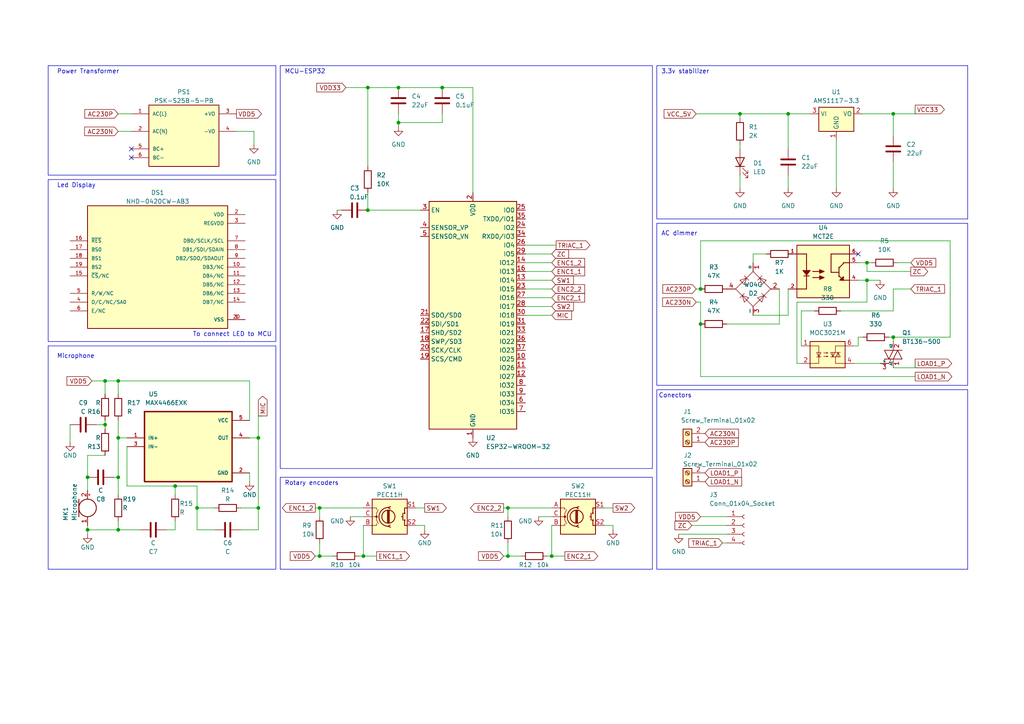
<source format=kicad_sch>
(kicad_sch (version 20230121) (generator eeschema)
  (paper "A4")
  (title_block (title "Home Light System"))
  (lib_symbols
    (symbol "Connector:Conn_01x04_Socket" (pin_names (offset 1.016) hide)
      (property "Reference" "J" (at 0 5.08 0))
      (property "Value" "Conn_01x04_Socket" (at 0 -7.62 0))
      (symbol "Conn_01x04_Socket_1_1"
        (pin passive line (at -5.08 2.54 0) (length 3.81) (name "Pin_1") (number "1"))
        (pin passive line (at -5.08 0 0) (length 3.81) (name "Pin_2") (number "2"))
        (pin passive line (at -5.08 -2.54 0) (length 3.81) (name "Pin_3") (number "3"))
        (pin passive line (at -5.08 -5.08 0) (length 3.81) (name "Pin_4") (number "4"))
      )
    )
    (symbol "Connector:Screw_Terminal_01x02" (pin_names (offset 1.016) hide)
      (property "Reference" "J" (at 0 2.54 0))
      (property "Value" "Screw_Terminal_01x02" (at 0 -5.08 0))
      (symbol "Screw_Terminal_01x02_1_1"
        (pin passive line (at -5.08 0 0) (length 3.81) (name "Pin_1") (number "1"))
        (pin passive line (at -5.08 -2.54 0) (length 3.81) (name "Pin_2") (number "2"))
      )
    )
    (symbol "Device:C" (pin_numbers hide) (pin_names (offset 0.254))
      (property "Reference" "C" (at 0.635 2.54 0))
      (property "Value" "C" (at 0.635 -2.54 0))
      (symbol "C_1_1"
        (pin passive line (at 0 3.81 270) (length 2.794) (name "~") (number "1"))
        (pin passive line (at 0 -3.81 90) (length 2.794) (name "~") (number "2"))
      )
    )
    (symbol "Device:LED" (pin_numbers hide) (pin_names (offset 1.016) hide)
      (property "Reference" "D" (at 0 2.54 0))
      (property "Value" "LED" (at 0 -2.54 0))
      (symbol "LED_1_1"
        (pin passive line (at -3.81 0 0) (length 2.54) (name "K") (number "1"))
        (pin passive line (at 3.81 0 180) (length 2.54) (name "A") (number "2"))
      )
    )
    (symbol "Device:Microphone" (pin_names (offset 0.0254) hide)
      (property "Reference" "MK" (at -3.81 1.27 0))
      (property "Value" "Microphone" (at -3.81 -0.635 0))
      (symbol "Microphone_1_1"
        (pin passive line (at 0 -5.08 90) (length 2.54) (name "-") (number "1"))
        (pin passive line (at 0 5.08 270) (length 2.54) (name "+") (number "2"))
      )
    )
    (symbol "Device:R" (pin_numbers hide) (pin_names (offset 0))
      (property "Reference" "R" (at 2.032 0 90))
      (property "Value" "R" (at 0 0 90))
      (symbol "R_1_1"
        (pin passive line (at 0 3.81 270) (length 1.27) (name "~") (number "1"))
        (pin passive line (at 0 -3.81 90) (length 1.27) (name "~") (number "2"))
      )
    )
    (symbol "Device:RotaryEncoder_Switch" (pin_names (offset 0.254) hide)
      (property "Reference" "SW" (at 0 6.604 0))
      (property "Value" "RotaryEncoder_Switch" (at 0 -6.604 0))
      (symbol "RotaryEncoder_Switch_1_1"
        (pin passive line (at -7.62 2.54 0) (length 2.54) (name "A") (number "A"))
        (pin passive line (at -7.62 -2.54 0) (length 2.54) (name "B") (number "B"))
        (pin passive line (at -7.62 0 0) (length 2.54) (name "C") (number "C"))
        (pin passive line (at 7.62 2.54 180) (length 2.54) (name "S1") (number "S1"))
        (pin passive line (at 7.62 -2.54 180) (length 2.54) (name "S2") (number "S2"))
      )
    )
    (symbol "Diode_Bridge:W04G" (pin_names (offset 0))
      (property "Reference" "D" (at 2.54 6.985 0))
      (property "Value" "W04G" (at 2.54 5.08 0))
      (symbol "W04G_1_1"
        (pin passive line (at 7.62 0 180) (length 2.54) (name "+") (number "1"))
        (pin passive line (at 0 -7.62 90) (length 2.54) (name "~") (number "2"))
        (pin passive line (at -7.62 0 0) (length 2.54) (name "-") (number "3"))
        (pin passive line (at 0 7.62 270) (length 2.54) (name "~") (number "4"))
      )
    )
    (symbol "MAX4466EXK:MAX4466EXK" (pin_names (offset 1.016))
      (property "Reference" "U" (at -12.7 11.16 0))
      (property "Value" "MAX4466EXK" (at -12.7 -14.16 0))
      (symbol "MAX4466EXK_0_0"
        (pin input line (at -17.78 2.54 0) (length 5.08) (name "IN+") (number "1"))
        (pin power_in line (at 17.78 -7.62 180) (length 5.08) (name "GND") (number "2"))
        (pin input line (at -17.78 0 0) (length 5.08) (name "IN-") (number "3"))
        (pin output line (at 17.78 2.54 180) (length 5.08) (name "OUT") (number "4"))
        (pin power_in line (at 17.78 7.62 180) (length 5.08) (name "VCC") (number "5"))
      )
    )
    (symbol "MCT2E:MCT2E" (pin_names (offset 1.016))
      (property "Reference" "U" (at -7.62 7.62 0))
      (property "Value" "MCT2E" (at -7.62 -10.16 0))
      (symbol "MCT2E_0_0"
        (pin passive line (at -10.16 5.08 0) (length 2.54) (name "~") (number "1"))
        (pin passive line (at -10.16 -5.08 0) (length 2.54) (name "~") (number "2"))
        (pin passive line (at 10.16 -2.54 180) (length 2.54) (name "~") (number "4"))
        (pin passive line (at 10.16 2.54 180) (length 2.54) (name "~") (number "5"))
        (pin passive line (at 10.16 5.08 180) (length 2.54) (name "~") (number "6"))
      )
    )
    (symbol "NHD-0420CW-AB3:NHD-0420CW-AB3" (pin_names (offset 1.016))
      (property "Reference" "DS" (at -20.32 18.542 0))
      (property "Value" "NHD-0420CW-AB3" (at -20.32 -20.32 0))
      (symbol "NHD-0420CW-AB3_0_0"
        (pin power_in line (at 25.4 -15.24 180) (length 5.08) (name "VSS") (number "1"))
        (pin bidirectional line (at 25.4 0 180) (length 5.08) (name "DB3/NC") (number "10"))
        (pin bidirectional line (at 25.4 -2.54 180) (length 5.08) (name "DB4/NC") (number "11"))
        (pin bidirectional line (at 25.4 -5.08 180) (length 5.08) (name "DB5/NC") (number "12"))
        (pin bidirectional line (at 25.4 -7.62 180) (length 5.08) (name "DB6/NC") (number "13"))
        (pin bidirectional line (at 25.4 -10.16 180) (length 5.08) (name "DB7/NC") (number "14"))
        (pin passive line (at -25.4 -2.54 0) (length 5.08) (name "~{CS}/NC") (number "15"))
        (pin input line (at -25.4 7.62 0) (length 5.08) (name "~{RES}") (number "16"))
        (pin input line (at -25.4 5.08 0) (length 5.08) (name "BS0") (number "17"))
        (pin input line (at -25.4 2.54 0) (length 5.08) (name "BS1") (number "18"))
        (pin input line (at -25.4 0 0) (length 5.08) (name "BS2") (number "19"))
        (pin power_in line (at 25.4 15.24 180) (length 5.08) (name "VDD") (number "2"))
        (pin power_in line (at 25.4 -15.24 180) (length 5.08) (name "VSS") (number "20"))
        (pin power_in line (at 25.4 12.7 180) (length 5.08) (name "REGVDD") (number "3"))
        (pin bidirectional line (at -25.4 -10.16 0) (length 5.08) (name "D/C/NC/SA0") (number "4"))
        (pin bidirectional line (at -25.4 -7.62 0) (length 5.08) (name "R/W/NC") (number "5"))
        (pin bidirectional line (at -25.4 -12.7 0) (length 5.08) (name "E/NC") (number "6"))
        (pin bidirectional line (at 25.4 7.62 180) (length 5.08) (name "DB0/SCLK/SCL") (number "7"))
        (pin bidirectional line (at 25.4 5.08 180) (length 5.08) (name "DB1/SDI/SDAIN") (number "8"))
        (pin bidirectional line (at 25.4 2.54 180) (length 5.08) (name "DB2/SDO/SDAOUT") (number "9"))
      )
    )
    (symbol "PSK-S25B-5-PB:PSK-S25B-5-PB" (pin_names (offset 1.016))
      (property "Reference" "PS" (at -10.16 8.382 0))
      (property "Value" "PSK-S25B-5-PB" (at -10.16 -12.7 0))
      (symbol "PSK-S25B-5-PB_0_0"
        (pin input line (at -15.24 5.08 0) (length 5.08) (name "AC(L)") (number "1"))
        (pin input line (at -15.24 0 0) (length 5.08) (name "AC(N)") (number "2"))
        (pin output line (at 15.24 5.08 180) (length 5.08) (name "+VO") (number "3"))
        (pin output line (at 15.24 0 180) (length 5.08) (name "-VO") (number "4"))
        (pin passive line (at -15.24 -5.08 0) (length 5.08) (name "BC+") (number "5"))
        (pin passive line (at -15.24 -7.62 0) (length 5.08) (name "BC-") (number "6"))
      )
    )
    (symbol "RF_Module:ESP32-WROOM-32"
      (property "Reference" "U" (at -12.7 34.29 0))
      (property "Value" "ESP32-WROOM-32" (at 1.27 34.29 0))
      (symbol "ESP32-WROOM-32_1_1"
        (pin power_in line (at 0 -35.56 90) (length 2.54) (name "GND") (number "1"))
        (pin bidirectional line (at 15.24 -12.7 180) (length 2.54) (name "IO25") (number "10"))
        (pin bidirectional line (at 15.24 -15.24 180) (length 2.54) (name "IO26") (number "11"))
        (pin bidirectional line (at 15.24 -17.78 180) (length 2.54) (name "IO27") (number "12"))
        (pin bidirectional line (at 15.24 10.16 180) (length 2.54) (name "IO14") (number "13"))
        (pin bidirectional line (at 15.24 15.24 180) (length 2.54) (name "IO12") (number "14"))
        (pin passive line (at 0 -35.56 90) (length 2.54) hide (name "GND") (number "15"))
        (pin bidirectional line (at 15.24 12.7 180) (length 2.54) (name "IO13") (number "16"))
        (pin bidirectional line (at -15.24 -5.08 0) (length 2.54) (name "SHD/SD2") (number "17"))
        (pin bidirectional line (at -15.24 -7.62 0) (length 2.54) (name "SWP/SD3") (number "18"))
        (pin bidirectional line (at -15.24 -12.7 0) (length 2.54) (name "SCS/CMD") (number "19"))
        (pin power_in line (at 0 35.56 270) (length 2.54) (name "VDD") (number "2"))
        (pin bidirectional line (at -15.24 -10.16 0) (length 2.54) (name "SCK/CLK") (number "20"))
        (pin bidirectional line (at -15.24 0 0) (length 2.54) (name "SDO/SD0") (number "21"))
        (pin bidirectional line (at -15.24 -2.54 0) (length 2.54) (name "SDI/SD1") (number "22"))
        (pin bidirectional line (at 15.24 7.62 180) (length 2.54) (name "IO15") (number "23"))
        (pin bidirectional line (at 15.24 25.4 180) (length 2.54) (name "IO2") (number "24"))
        (pin bidirectional line (at 15.24 30.48 180) (length 2.54) (name "IO0") (number "25"))
        (pin bidirectional line (at 15.24 20.32 180) (length 2.54) (name "IO4") (number "26"))
        (pin bidirectional line (at 15.24 5.08 180) (length 2.54) (name "IO16") (number "27"))
        (pin bidirectional line (at 15.24 2.54 180) (length 2.54) (name "IO17") (number "28"))
        (pin bidirectional line (at 15.24 17.78 180) (length 2.54) (name "IO5") (number "29"))
        (pin input line (at -15.24 30.48 0) (length 2.54) (name "EN") (number "3"))
        (pin bidirectional line (at 15.24 0 180) (length 2.54) (name "IO18") (number "30"))
        (pin bidirectional line (at 15.24 -2.54 180) (length 2.54) (name "IO19") (number "31"))
        (pin no_connect line (at -12.7 -27.94 0) (length 2.54) hide (name "NC") (number "32"))
        (pin bidirectional line (at 15.24 -5.08 180) (length 2.54) (name "IO21") (number "33"))
        (pin bidirectional line (at 15.24 22.86 180) (length 2.54) (name "RXD0/IO3") (number "34"))
        (pin bidirectional line (at 15.24 27.94 180) (length 2.54) (name "TXD0/IO1") (number "35"))
        (pin bidirectional line (at 15.24 -7.62 180) (length 2.54) (name "IO22") (number "36"))
        (pin bidirectional line (at 15.24 -10.16 180) (length 2.54) (name "IO23") (number "37"))
        (pin passive line (at 0 -35.56 90) (length 2.54) hide (name "GND") (number "38"))
        (pin passive line (at 0 -35.56 90) (length 2.54) hide (name "GND") (number "39"))
        (pin input line (at -15.24 25.4 0) (length 2.54) (name "SENSOR_VP") (number "4"))
        (pin input line (at -15.24 22.86 0) (length 2.54) (name "SENSOR_VN") (number "5"))
        (pin input line (at 15.24 -25.4 180) (length 2.54) (name "IO34") (number "6"))
        (pin input line (at 15.24 -27.94 180) (length 2.54) (name "IO35") (number "7"))
        (pin bidirectional line (at 15.24 -20.32 180) (length 2.54) (name "IO32") (number "8"))
        (pin bidirectional line (at 15.24 -22.86 180) (length 2.54) (name "IO33") (number "9"))
      )
    )
    (symbol "Regulator_Linear:AMS1117-3.3"
      (property "Reference" "U" (at -3.81 3.175 0))
      (property "Value" "AMS1117-3.3" (at 0 3.175 0))
      (symbol "AMS1117-3.3_1_1"
        (pin power_in line (at 0 -7.62 90) (length 2.54) (name "GND") (number "1"))
        (pin power_out line (at 7.62 0 180) (length 2.54) (name "VO") (number "2"))
        (pin power_in line (at -7.62 0 0) (length 2.54) (name "VI") (number "3"))
      )
    )
    (symbol "Relay_SolidState:MOC3021M"
      (property "Reference" "U" (at -5.334 4.826 0))
      (property "Value" "MOC3021M" (at 0 5.08 0))
      (symbol "MOC3021M_1_1"
        (pin passive line (at -7.62 2.54 0) (length 2.54) (name "~") (number "1"))
        (pin passive line (at -7.62 -2.54 0) (length 2.54) (name "~") (number "2"))
        (pin no_connect line (at -5.08 0 0) (length 2.54) hide (name "NC") (number "3"))
        (pin passive line (at 7.62 -2.54 180) (length 2.54) (name "~") (number "4"))
        (pin no_connect line (at 5.08 0 180) (length 2.54) hide (name "NC") (number "5"))
        (pin passive line (at 7.62 2.54 180) (length 2.54) (name "~") (number "6"))
      )
    )
    (symbol "Triac_Thyristor:BT136-500" (pin_names (offset 0))
      (property "Reference" "Q" (at 5.08 1.905 0))
      (property "Value" "BT136-500" (at 5.08 0 0))
      (symbol "BT136-500_1_1"
        (pin passive line (at 0 -3.81 90) (length 2.54) (name "A1") (number "1"))
        (pin passive line (at 0 3.81 270) (length 2.54) (name "A2") (number "2"))
        (pin input line (at -3.81 -2.54 0) (length 2.54) (name "G") (number "3"))
      )
    )
    (symbol "power:GND" (power) (pin_names (offset 0))
      (property "Value" "GND" (at 0 -3.81 0))
      (symbol "GND_1_1"
        (pin power_in line (at 0 0 270) (length 0) hide (name "GND") (number "1"))
      )
    )
  )
  (junction (at 259.08 97.79))
  (junction (at 106.68 25.4))
  (junction (at 160.02 161.29))
  (junction (at 34.29 110.49))
  (junction (at 34.29 127))
  (junction (at 147.32 161.29))
  (junction (at 251.46 76.2))
  (junction (at 25.4 138.43))
  (junction (at 34.29 138.43))
  (junction (at 259.08 33.02))
  (junction (at 92.71 147.32))
  (junction (at 203.2 93.98))
  (junction (at 34.29 153.67))
  (junction (at 74.93 127))
  (junction (at 57.15 147.32))
  (junction (at 214.63 33.02))
  (junction (at 115.57 25.4))
  (junction (at 228.6 33.02))
  (junction (at 115.57 35.56))
  (junction (at 105.41 161.29))
  (junction (at 25.4 153.67))
  (junction (at 74.93 147.32))
  (junction (at 30.48 123.19))
  (junction (at 203.2 83.82))
  (junction (at 147.32 147.32))
  (junction (at 92.71 161.29))
  (junction (at 251.46 81.28))
  (junction (at 128.27 25.4))
  (junction (at 106.68 60.96))
  (junction (at 30.48 110.49))
  (junction (at 50.8 140.97))
  (no_connect (at 38.1 43.18))
  (no_connect (at 248.92 73.66))
  (no_connect (at 38.1 45.72))
  (wire (pts (xy 30.48 132.08) (xy 25.4 132.08)))
  (wire (pts (xy 115.57 35.56) (xy 115.57 36.83)))
  (wire (pts (xy 123.19 152.4) (xy 123.19 153.67)))
  (wire (pts (xy 137.16 25.4) (xy 137.16 55.88)))
  (wire (pts (xy 106.68 25.4) (xy 115.57 25.4)))
  (polyline (pts (xy 280.67 111.76) (xy 190.5 111.76)))
  (wire (pts (xy 26.67 110.49) (xy 30.48 110.49)))
  (wire (pts (xy 128.27 25.4) (xy 137.16 25.4)))
  (wire (pts (xy 232.41 100.33) (xy 232.41 90.17)))
  (polyline (pts (xy 280.67 113.03) (xy 280.67 165.1)))
  (polyline (pts (xy 190.5 19.05) (xy 190.5 63.5)))
  (wire (pts (xy 203.2 87.63) (xy 203.2 93.98)))
  (wire (pts (xy 152.4 86.36) (xy 160.02 86.36)))
  (wire (pts (xy 275.59 69.85) (xy 203.2 69.85)))
  (wire (pts (xy 152.4 91.44) (xy 160.02 91.44)))
  (wire (pts (xy 228.6 50.8) (xy 228.6 54.61)))
  (polyline (pts (xy 190.5 113.03) (xy 190.5 165.1)))
  (wire (pts (xy 30.48 114.3) (xy 30.48 110.49)))
  (wire (pts (xy 152.4 73.66) (xy 160.02 73.66)))
  (polyline (pts (xy 190.5 19.05) (xy 280.67 19.05)))
  (polyline (pts (xy 81.28 138.43) (xy 81.28 165.1)))
  (wire (pts (xy 203.2 93.98) (xy 203.2 109.22)))
  (wire (pts (xy 196.85 154.94) (xy 210.82 154.94)))
  (wire (pts (xy 248.92 97.79) (xy 250.19 97.79)))
  (wire (pts (xy 146.05 161.29) (xy 147.32 161.29)))
  (polyline (pts (xy 189.23 138.43) (xy 189.23 165.1)))
  (wire (pts (xy 106.68 55.88) (xy 106.68 60.96)))
  (wire (pts (xy 115.57 33.02) (xy 115.57 35.56)))
  (wire (pts (xy 265.43 31.75) (xy 265.43 33.02)))
  (wire (pts (xy 152.4 81.28) (xy 160.02 81.28)))
  (wire (pts (xy 232.41 105.41) (xy 231.14 105.41)))
  (wire (pts (xy 34.29 153.67) (xy 40.64 153.67)))
  (polyline (pts (xy 280.67 165.1) (xy 190.5 165.1)))
  (polyline (pts (xy 189.23 165.1) (xy 81.28 165.1)))
  (wire (pts (xy 73.66 38.1) (xy 73.66 41.91)))
  (wire (pts (xy 203.2 149.86) (xy 210.82 149.86)))
  (wire (pts (xy 147.32 147.32) (xy 147.32 149.86)))
  (wire (pts (xy 105.41 161.29) (xy 109.22 161.29)))
  (wire (pts (xy 36.83 129.54) (xy 36.83 140.97)))
  (wire (pts (xy 25.4 132.08) (xy 25.4 138.43)))
  (wire (pts (xy 50.8 140.97) (xy 50.8 143.51)))
  (wire (pts (xy 251.46 78.74) (xy 251.46 76.2)))
  (wire (pts (xy 251.46 87.63) (xy 251.46 81.28)))
  (wire (pts (xy 74.93 120.65) (xy 74.93 127)))
  (wire (pts (xy 120.65 147.32) (xy 123.19 147.32)))
  (wire (pts (xy 152.4 76.2) (xy 160.02 76.2)))
  (wire (pts (xy 72.39 110.49) (xy 72.39 121.92)))
  (wire (pts (xy 161.29 71.12) (xy 152.4 71.12)))
  (wire (pts (xy 259.08 106.68) (xy 265.43 106.68)))
  (wire (pts (xy 228.6 91.44) (xy 218.44 91.44)))
  (wire (pts (xy 242.57 40.64) (xy 242.57 54.61)))
  (wire (pts (xy 251.46 81.28) (xy 255.27 81.28)))
  (wire (pts (xy 68.58 38.1) (xy 73.66 38.1)))
  (wire (pts (xy 128.27 35.56) (xy 128.27 33.02)))
  (wire (pts (xy 160.02 161.29) (xy 163.83 161.29)))
  (wire (pts (xy 25.4 153.67) (xy 25.4 152.4)))
  (wire (pts (xy 147.32 147.32) (xy 160.02 147.32)))
  (wire (pts (xy 91.44 147.32) (xy 92.71 147.32)))
  (wire (pts (xy 34.29 110.49) (xy 72.39 110.49)))
  (wire (pts (xy 147.32 161.29) (xy 151.13 161.29)))
  (wire (pts (xy 175.26 152.4) (xy 177.8 152.4)))
  (wire (pts (xy 156.21 149.86) (xy 160.02 149.86)))
  (wire (pts (xy 200.66 152.4) (xy 210.82 152.4)))
  (wire (pts (xy 50.8 140.97) (xy 57.15 140.97)))
  (wire (pts (xy 243.84 90.17) (xy 259.08 90.17)))
  (wire (pts (xy 146.05 147.32) (xy 147.32 147.32)))
  (wire (pts (xy 34.29 138.43) (xy 34.29 127)))
  (wire (pts (xy 34.29 151.13) (xy 34.29 153.67)))
  (wire (pts (xy 177.8 152.4) (xy 177.8 153.67)))
  (wire (pts (xy 34.29 33.02) (xy 38.1 33.02)))
  (wire (pts (xy 30.48 110.49) (xy 34.29 110.49)))
  (wire (pts (xy 36.83 140.97) (xy 50.8 140.97)))
  (wire (pts (xy 201.93 33.02) (xy 214.63 33.02)))
  (wire (pts (xy 218.44 73.66) (xy 222.25 73.66)))
  (wire (pts (xy 74.93 127) (xy 74.93 147.32)))
  (wire (pts (xy 33.02 138.43) (xy 34.29 138.43)))
  (wire (pts (xy 214.63 41.91) (xy 214.63 43.18)))
  (wire (pts (xy 228.6 33.02) (xy 228.6 43.18)))
  (polyline (pts (xy 280.67 63.5) (xy 190.5 63.5)))
  (wire (pts (xy 120.65 152.4) (xy 123.19 152.4)))
  (wire (pts (xy 152.4 88.9) (xy 160.02 88.9)))
  (wire (pts (xy 50.8 153.67) (xy 50.8 151.13)))
  (wire (pts (xy 34.29 127) (xy 36.83 127)))
  (wire (pts (xy 259.08 99.06) (xy 259.08 97.79)))
  (wire (pts (xy 203.2 69.85) (xy 203.2 83.82)))
  (wire (pts (xy 226.06 93.98) (xy 226.06 83.82)))
  (wire (pts (xy 100.33 25.4) (xy 106.68 25.4)))
  (wire (pts (xy 48.26 153.67) (xy 50.8 153.67)))
  (wire (pts (xy 34.29 38.1) (xy 38.1 38.1)))
  (wire (pts (xy 232.41 90.17) (xy 236.22 90.17)))
  (wire (pts (xy 218.44 76.2) (xy 218.44 73.66)))
  (wire (pts (xy 209.55 157.48) (xy 210.82 157.48)))
  (wire (pts (xy 92.71 157.48) (xy 92.71 161.29)))
  (wire (pts (xy 210.82 93.98) (xy 226.06 93.98)))
  (wire (pts (xy 248.92 81.28) (xy 251.46 81.28)))
  (polyline (pts (xy 280.67 19.05) (xy 280.67 63.5)))
  (polyline (pts (xy 280.67 64.77) (xy 280.67 111.76)))
  (wire (pts (xy 147.32 157.48) (xy 147.32 161.29)))
  (wire (pts (xy 92.71 161.29) (xy 96.52 161.29)))
  (wire (pts (xy 34.29 121.92) (xy 34.29 127)))
  (polyline (pts (xy 190.5 113.03) (xy 280.67 113.03)))
  (polyline (pts (xy 81.28 138.43) (xy 189.23 138.43)))
  (wire (pts (xy 69.85 147.32) (xy 74.93 147.32)))
  (wire (pts (xy 259.08 54.61) (xy 259.08 46.99)))
  (wire (pts (xy 259.08 90.17) (xy 259.08 83.82)))
  (wire (pts (xy 30.48 123.19) (xy 30.48 124.46)))
  (wire (pts (xy 257.81 97.79) (xy 259.08 97.79)))
  (wire (pts (xy 27.94 123.19) (xy 30.48 123.19)))
  (wire (pts (xy 74.93 120.65) (xy 76.2 120.65)))
  (wire (pts (xy 248.92 76.2) (xy 251.46 76.2)))
  (wire (pts (xy 72.39 137.16) (xy 72.39 139.7)))
  (wire (pts (xy 250.19 33.02) (xy 259.08 33.02)))
  (wire (pts (xy 264.16 78.74) (xy 251.46 78.74)))
  (wire (pts (xy 106.68 60.96) (xy 121.92 60.96)))
  (wire (pts (xy 115.57 25.4) (xy 128.27 25.4)))
  (wire (pts (xy 57.15 147.32) (xy 62.23 147.32)))
  (wire (pts (xy 251.46 76.2) (xy 252.73 76.2)))
  (wire (pts (xy 175.26 147.32) (xy 177.8 147.32)))
  (wire (pts (xy 152.4 83.82) (xy 160.02 83.82)))
  (wire (pts (xy 214.63 33.02) (xy 214.63 34.29)))
  (wire (pts (xy 229.87 73.66) (xy 228.6 73.66)))
  (wire (pts (xy 106.68 25.4) (xy 106.68 48.26)))
  (wire (pts (xy 160.02 152.4) (xy 160.02 161.29)))
  (wire (pts (xy 92.71 147.32) (xy 92.71 149.86)))
  (wire (pts (xy 69.85 153.67) (xy 74.93 153.67)))
  (wire (pts (xy 231.14 105.41) (xy 231.14 87.63)))
  (wire (pts (xy 25.4 154.94) (xy 25.4 153.67)))
  (wire (pts (xy 91.44 161.29) (xy 92.71 161.29)))
  (wire (pts (xy 158.75 161.29) (xy 160.02 161.29)))
  (wire (pts (xy 259.08 97.79) (xy 275.59 97.79)))
  (wire (pts (xy 214.63 50.8) (xy 214.63 54.61)))
  (wire (pts (xy 248.92 100.33) (xy 247.65 100.33)))
  (wire (pts (xy 62.23 153.67) (xy 57.15 153.67)))
  (wire (pts (xy 275.59 97.79) (xy 275.59 69.85)))
  (wire (pts (xy 104.14 161.29) (xy 105.41 161.29)))
  (wire (pts (xy 259.08 83.82) (xy 264.16 83.82)))
  (wire (pts (xy 92.71 147.32) (xy 105.41 147.32)))
  (wire (pts (xy 201.93 83.82) (xy 203.2 83.82)))
  (wire (pts (xy 260.35 76.2) (xy 264.16 76.2)))
  (wire (pts (xy 152.4 78.74) (xy 160.02 78.74)))
  (wire (pts (xy 248.92 97.79) (xy 248.92 100.33)))
  (wire (pts (xy 97.79 60.96) (xy 99.06 60.96)))
  (wire (pts (xy 228.6 33.02) (xy 234.95 33.02)))
  (wire (pts (xy 57.15 140.97) (xy 57.15 147.32)))
  (wire (pts (xy 30.48 121.92) (xy 30.48 123.19)))
  (polyline (pts (xy 190.5 64.77) (xy 280.67 64.77)))
  (wire (pts (xy 115.57 35.56) (xy 128.27 35.56)))
  (wire (pts (xy 74.93 127) (xy 72.39 127)))
  (wire (pts (xy 34.29 143.51) (xy 34.29 138.43)))
  (wire (pts (xy 255.27 105.41) (xy 247.65 105.41)))
  (wire (pts (xy 214.63 33.02) (xy 228.6 33.02)))
  (wire (pts (xy 34.29 110.49) (xy 34.29 114.3)))
  (wire (pts (xy 101.6 149.86) (xy 105.41 149.86)))
  (wire (pts (xy 265.43 106.68) (xy 265.43 105.41)))
  (wire (pts (xy 228.6 83.82) (xy 228.6 91.44)))
  (wire (pts (xy 74.93 147.32) (xy 74.93 153.67)))
  (wire (pts (xy 20.32 123.19) (xy 20.32 128.27)))
  (wire (pts (xy 25.4 153.67) (xy 34.29 153.67)))
  (wire (pts (xy 203.2 109.22) (xy 265.43 109.22)))
  (wire (pts (xy 265.43 33.02) (xy 259.08 33.02)))
  (polyline (pts (xy 190.5 64.77) (xy 190.5 111.76)))
  (wire (pts (xy 231.14 87.63) (xy 251.46 87.63)))
  (wire (pts (xy 25.4 138.43) (xy 25.4 142.24)))
  (wire (pts (xy 105.41 152.4) (xy 105.41 161.29)))
  (wire (pts (xy 259.08 33.02) (xy 259.08 39.37)))
  (wire (pts (xy 57.15 147.32) (xy 57.15 153.67)))
  (wire (pts (xy 201.93 87.63) (xy 203.2 87.63)))
  (rectangle (start 13.97 52.07) (end 80.01 99.06))
  (rectangle (start 81.28 19.05) (end 189.23 135.89))
  (rectangle (start 13.97 100.33) (end 80.01 165.1))
  (rectangle (start 13.97 19.05) (end 80.01 50.8))
  (text "Led Display" (at 16.51 54.61 0) (effects (font (size 1.27 1.27)) (justify left bottom)))
  (text "Microphone\n" (at 16.51 104.14 0) (effects (font (size 1.27 1.27)) (justify left bottom)))
  (text "Rotary encoders" (at 82.55 140.97 0) (effects (font (size 1.27 1.27)) (justify left bottom)))
  (text "AC dimmer" (at 191.77 68.58 0) (effects (font (size 1.27 1.27)) (justify left bottom)))
  (text "3.3v stabilizer\n" (at 191.77 21.59 0) (effects (font (size 1.27 1.27)) (justify left bottom)))
  (text "Conectors" (at 200.66 115.57 0) (effects (font (size 1.27 1.27)) (justify right bottom)))
  (text "Power Transformer" (at 16.51 21.59 0) (effects (font (size 1.27 1.27)) (justify left bottom)))
  (text "To connect LED to MCU" (at 55.88 97.79 0) (effects (font (size 1.27 1.27)) (justify left bottom)))
  (text "MCU-ESP32" (at 82.55 21.59 0) (effects (font (size 1.27 1.27)) (justify left bottom)))
  (global_label "VDD5" (shape input) (at 203.2 149.86 180) (property "Intersheetrefs" "${INTERSHEET_REFS}" (effects hide)))
  (global_label "ZC" (shape output) (at 264.16 78.74 0) (property "Intersheetrefs" "${INTERSHEET_REFS}" (effects hide)))
  (global_label "ZC" (shape input) (at 200.66 152.4 180) (property "Intersheetrefs" "${INTERSHEET_REFS}" (effects hide)))
  (global_label "TRIAC_1" (shape input) (at 209.55 157.48 180) (property "Intersheetrefs" "${INTERSHEET_REFS}" (effects hide)))
  (global_label "MIC" (shape output) (at 76.2 120.65 90) (property "Intersheetrefs" "${INTERSHEET_REFS}" (effects hide)))
  (global_label "AC230P" (shape input) (at 34.29 33.02 180) (property "Intersheetrefs" "${INTERSHEET_REFS}" (effects hide)))
  (global_label "SW1" (shape output) (at 123.19 147.32 0) (property "Intersheetrefs" "${INTERSHEET_REFS}" (effects hide)))
  (global_label "AC230N" (shape input) (at 201.93 87.63 180) (property "Intersheetrefs" "${INTERSHEET_REFS}" (effects hide)))
  (global_label "ENC1_1" (shape output) (at 109.22 161.29 0) (property "Intersheetrefs" "${INTERSHEET_REFS}" (effects hide)))
  (global_label "MIC" (shape input) (at 160.02 91.44 0) (property "Intersheetrefs" "${INTERSHEET_REFS}" (effects hide)))
  (global_label "SW2" (shape input) (at 160.02 88.9 0) (property "Intersheetrefs" "${INTERSHEET_REFS}" (effects hide)))
  (global_label "AC230P" (shape input) (at 204.47 128.27 0) (property "Intersheetrefs" "${INTERSHEET_REFS}" (effects hide)))
  (global_label "VDD5" (shape input) (at 146.05 161.29 180) (property "Intersheetrefs" "${INTERSHEET_REFS}" (effects hide)))
  (global_label "VCC33" (shape output) (at 265.43 31.75 0) (property "Intersheetrefs" "${INTERSHEET_REFS}" (effects hide)))
  (global_label "ENC1_1" (shape input) (at 160.02 78.74 0) (property "Intersheetrefs" "${INTERSHEET_REFS}" (effects hide)))
  (global_label "VDD5" (shape input) (at 26.67 110.49 180) (property "Intersheetrefs" "${INTERSHEET_REFS}" (effects hide)))
  (global_label "VDD5" (shape output) (at 68.58 33.02 0) (property "Intersheetrefs" "${INTERSHEET_REFS}" (effects hide)))
  (global_label "VDD33" (shape input) (at 100.33 25.4 180) (property "Intersheetrefs" "${INTERSHEET_REFS}" (effects hide)))
  (global_label "SW2" (shape output) (at 177.8 147.32 0) (property "Intersheetrefs" "${INTERSHEET_REFS}" (effects hide)))
  (global_label "VDD5" (shape input) (at 91.44 161.29 180) (property "Intersheetrefs" "${INTERSHEET_REFS}" (effects hide)))
  (global_label "AC230N" (shape input) (at 204.47 125.73 0) (property "Intersheetrefs" "${INTERSHEET_REFS}" (effects hide)))
  (global_label "ENC1_2" (shape output) (at 91.44 147.32 180) (property "Intersheetrefs" "${INTERSHEET_REFS}" (effects hide)))
  (global_label "SW1" (shape input) (at 160.02 81.28 0) (property "Intersheetrefs" "${INTERSHEET_REFS}" (effects hide)))
  (global_label "LOAD1_N" (shape output) (at 265.43 109.22 0) (property "Intersheetrefs" "${INTERSHEET_REFS}" (effects hide)))
  (global_label "ENC2_1" (shape input) (at 160.02 86.36 0) (property "Intersheetrefs" "${INTERSHEET_REFS}" (effects hide)))
  (global_label "LOAD1_P" (shape output) (at 265.43 105.41 0) (property "Intersheetrefs" "${INTERSHEET_REFS}" (effects hide)))
  (global_label "ENC1_2" (shape input) (at 160.02 76.2 0) (property "Intersheetrefs" "${INTERSHEET_REFS}" (effects hide)))
  (global_label "TRIAC_1" (shape output) (at 161.29 71.12 0) (property "Intersheetrefs" "${INTERSHEET_REFS}" (effects hide)))
  (global_label "LOAD1_N" (shape input) (at 204.47 139.7 0) (property "Intersheetrefs" "${INTERSHEET_REFS}" (effects hide)))
  (global_label "AC230N" (shape input) (at 34.29 38.1 180) (property "Intersheetrefs" "${INTERSHEET_REFS}" (effects hide)))
  (global_label "VDD5" (shape input) (at 264.16 76.2 0) (property "Intersheetrefs" "${INTERSHEET_REFS}" (effects hide)))
  (global_label "LOAD1_P" (shape input) (at 204.47 137.16 0) (property "Intersheetrefs" "${INTERSHEET_REFS}" (effects hide)))
  (global_label "TRIAC_1" (shape input) (at 264.16 83.82 0) (property "Intersheetrefs" "${INTERSHEET_REFS}" (effects hide)))
  (global_label "AC230P" (shape input) (at 201.93 83.82 180) (property "Intersheetrefs" "${INTERSHEET_REFS}" (effects hide)))
  (global_label "VCC_5V" (shape input) (at 201.93 33.02 180) (property "Intersheetrefs" "${INTERSHEET_REFS}" (effects hide)))
  (global_label "ENC2_2" (shape input) (at 160.02 83.82 0) (property "Intersheetrefs" "${INTERSHEET_REFS}" (effects hide)))
  (global_label "ENC2_2" (shape output) (at 146.05 147.32 180) (property "Intersheetrefs" "${INTERSHEET_REFS}" (effects hide)))
  (global_label "ZC" (shape input) (at 160.02 73.66 0) (property "Intersheetrefs" "${INTERSHEET_REFS}" (effects hide)))
  (global_label "ENC2_1" (shape output) (at 163.83 161.29 0) (property "Intersheetrefs" "${INTERSHEET_REFS}" (effects hide)))
  (symbol (lib_id "Device:R") (at 30.48 118.11 180) (unit 1)
    (property "Reference" "R16" (at 29.21 119.38 0) (effects (justify left)))
    (property "Value" "R" (at 29.21 116.84 0) (effects (justify left)))
  )
  (symbol (lib_id "Device:R") (at 207.01 93.98 90) (unit 1)
    (property "Reference" "R4" (at 207.01 87.63 90))
    (property "Value" "47K" (at 207.01 90.17 90))
    (property "Footprint" "Resistor_47k:RES_CFR50_TYCO_TYC" (effects hide))
  )
  (symbol (lib_id "Device:R") (at 30.48 128.27 180) (unit 1)
    (property "Reference" "R13" (at 29.21 129.54 0) (effects (justify left)))
    (property "Value" "R" (at 29.21 127 0) (effects (justify left)))
  )
  (symbol (lib_id "Device:R") (at 34.29 118.11 0) (unit 1)
    (property "Reference" "R17" (at 36.83 116.84 0) (effects (justify left)))
    (property "Value" "R" (at 36.83 119.38 0) (effects (justify left)))
  )
  (symbol (lib_id "power:GND") (at 137.16 127 0) (unit 1)
    (property "Reference" "#PWR05" (effects hide))
    (property "Value" "GND" (at 137.16 132.08 0))
  )
  (symbol (lib_id "Device:R") (at 214.63 38.1 0) (unit 1)
    (property "Reference" "R1" (at 217.17 36.83 0) (effects (justify left)))
    (property "Value" "2K" (at 217.17 39.37 0) (effects (justify left)))
    (property "Footprint" "Resistor_2k:RES_TYCO_YR1_TYC" (effects hide))
  )
  (symbol (lib_id "Device:C") (at 44.45 153.67 90) (unit 1)
    (property "Reference" "C7" (at 44.45 160.02 90))
    (property "Value" "C" (at 44.45 157.48 90))
  )
  (symbol (lib_id "power:GND") (at 156.21 149.86 0) (unit 1)
    (property "Reference" "#PWR012" (effects hide))
    (property "Value" "GND" (at 152.4 151.13 0))
  )
  (symbol (lib_id "power:GND") (at 72.39 139.7 0) (unit 1)
    (property "Reference" "#PWR015" (effects hide))
    (property "Value" "GND" (at 72.39 143.51 0))
  )
  (symbol (lib_id "Device:R") (at 256.54 76.2 90) (unit 1)
    (property "Reference" "R5" (at 256.54 69.85 90))
    (property "Value" "10K" (at 256.54 72.39 90))
    (property "Footprint" "Resistor_10k:RES_CFR25_TYCO_TYC" (effects hide))
  )
  (symbol (lib_id "Diode_Bridge:W04G") (at 218.44 83.82 90) (unit 1)
    (property "Reference" "D2" (at 218.44 85.09 90))
    (property "Value" "W04G" (at 218.44 82.55 90))
    (property "Footprint" "Diode_THT:Diode_Bridge_Round_D9.8mm" (effects hide))
    (property "Datasheet" "https://www.vishay.com/docs/88769/woo5g.pdf" (effects hide))
  )
  (symbol (lib_id "NHD-0420CW-AB3:NHD-0420CW-AB3") (at 45.72 77.47 0) (unit 1)
    (property "Reference" "DS1" (at 45.72 55.88 0))
    (property "Value" "NHD-0420CW-AB3" (at 45.72 58.42 0))
    (property "Footprint" "NHD-0420CW-AB3:LCD_NHD-0420CW-AB3" (effects hide))
    (property "SnapEDA_Link" "https://www.snapeda.com/parts/NHD-0420CW-AB3/Newhaven+Display+Intl/view-part/?ref=snap" (effects hide))
    (property "MAXIMUM_PACKAGE_HEIGHT" "7 mm" (effects hide))
    (property "Package" "None" (effects hide))
    (property "RS_Components_70518327_Purchase_URL" "https://www.snapeda.com/api/url_track_click/https%253A//us.rs-online.com/product/newhaven-display-international/nhd-0420cw-ab3/70518327/%253Futm_source%253DSnapEDA%2526utm_medium%253Dpart_sourcing%2526utm_campaign%253Dpartsourcing_SnapEDA_IMP_EX_GR/?unipart_id=1161384&manufacturer=Newhaven Display&part_name=NHD-0420CW-AB3&search_term=display 4x20" (effects hide))
    (property "Check_prices" "https://www.snapeda.com/parts/NHD-0420CW-AB3/Newhaven+Display+Intl/view-part/?ref=eda" (effects hide))
    (property "STANDARD" "Manufacturer Recommendation" (effects hide))
    (property "PARTREV" "5" (effects hide))
    (property "MF" "Newhaven Display" (effects hide))
    (property "MP" "NHD-0420CW-AB3" (effects hide))
    (property "Description" "\nCharacter OLED;4x20;920x31.5;Char OLED Module;Blue;4/8-bit Parallel, SPI, I2C | Newhaven Display International NHD-0420CW-AB3\n" (effects hide))
    (property "MANUFACTURER" "Newhaven Display Intl" (effects hide))
  )
  (symbol (lib_id "RF_Module:ESP32-WROOM-32") (at 137.16 91.44 0) (unit 1)
    (property "Reference" "U2" (at 140.97 127 0) (effects (justify left)))
    (property "Value" "ESP32-WROOM-32" (at 140.97 129.54 0) (effects (justify left)))
    (property "Footprint" "RF_Module:ESP32-WROOM-32D" (effects hide))
    (property "Datasheet" "https://www.espressif.com/sites/default/files/documentation/esp32-wroom-32_datasheet_en.pdf" (effects hide))
  )
  (symbol (lib_id "Device:C") (at 128.27 29.21 0) (unit 1)
    (property "Reference" "C5" (at 132.08 27.94 0) (effects (justify left)))
    (property "Value" "0.1uF" (at 132.08 30.48 0) (effects (justify left)))
    (property "Footprint" "Capacitor_0_1uF:CAP_BFC233814104_VIS" (effects hide))
  )
  (symbol (lib_id "Device:RotaryEncoder_Switch") (at 113.03 149.86 0) (unit 1)
    (property "Reference" "SW1" (at 113.03 140.97 0))
    (property "Value" "PEC11H" (at 113.03 143.51 0))
  )
  (symbol (lib_id "power:GND") (at 259.08 54.61 0) (unit 1)
    (property "Reference" "#PWR04" (effects hide))
    (property "Value" "GND" (at 259.08 59.69 0))
  )
  (symbol (lib_id "Device:R") (at 254 97.79 90) (unit 1)
    (property "Reference" "R6" (at 254 91.44 90))
    (property "Value" "330" (at 254 93.98 90))
    (property "Footprint" "Resistor_330:RES_LR1_TYCO_TYC" (effects hide))
  )
  (symbol (lib_id "Device:C") (at 228.6 46.99 0) (unit 1)
    (property "Reference" "C1" (at 232.41 45.72 0) (effects (justify left)))
    (property "Value" "22uF" (at 232.41 48.26 0) (effects (justify left)))
    (property "Footprint" "Capacitor_22uF:PCAP_125x25_PAN" (effects hide))
  )
  (symbol (lib_id "Device:RotaryEncoder_Switch") (at 167.64 149.86 0) (unit 1)
    (property "Reference" "SW2" (at 167.64 140.97 0))
    (property "Value" "PEC11H" (at 167.64 143.51 0))
  )
  (symbol (lib_id "Device:LED") (at 214.63 46.99 90) (unit 1)
    (property "Reference" "D1" (at 218.44 47.3075 90) (effects (justify right)))
    (property "Value" "LED" (at 218.44 49.8475 90) (effects (justify right)))
    (property "Footprint" "Red_LED:LED_SSL-LX30_T-3_LUM" (effects hide))
  )
  (symbol (lib_id "Device:R") (at 34.29 147.32 0) (unit 1)
    (property "Reference" "R19" (at 35.56 144.78 0) (effects (justify left)))
    (property "Value" "R" (at 35.56 147.32 0) (effects (justify left)))
  )
  (symbol (lib_id "MCT2E:MCT2E") (at 238.76 78.74 0) (unit 1)
    (property "Reference" "U4" (at 238.76 66.04 0))
    (property "Value" "MCT2E" (at 238.76 68.58 0))
    (property "Footprint" "MCT2E:DIP762W50P254L742H480Q6" (effects hide))
    (property "B_NOM" "0.5" (effects hide))
    (property "D_MAX" "7.42" (effects hide))
    (property "E1_NOM" "6.5" (effects hide))
    (property "E1_MIN" "6.2" (effects hide))
    (property "B_MAX" "0.6" (effects hide))
    (property "Description" "\nOptoisolator Transistor with Base Output 5300Vrms 1 Channel 6-DIP\n" (effects hide))
    (property "Price" "None" (effects hide))
    (property "ENOM" "2.54" (effects hide))
    (property "D_NOM" "7.12" (effects hide))
    (property "Purchase-URL" "https://www.snapeda.com/api/url_track_click_mouser/?unipart_id=2734202&manufacturer=ON Semiconductor&part_name=MCT2E&search_term=None" (effects hide))
    (property "A_MAX" "4.8" (effects hide))
    (property "Package" "DIP-6 Boca Semiconductor" (effects hide))
    (property "A_NOM" "4.8" (effects hide))
    (property "Check_prices" "https://www.snapeda.com/parts/MCT2E/Onsemi/view-part/?ref=eda" (effects hide))
    (property "A_MIN" "4.8" (effects hide))
    (property "STANDARD" "IPC 7351B" (effects hide))
    (property "PARTREV" "7" (effects hide))
    (property "SnapEDA_Link" "https://www.snapeda.com/parts/MCT2E/Onsemi/view-part/?ref=snap" (effects hide))
    (property "E_NOM" "7.62" (effects hide))
    (property "B_MIN" "0.4" (effects hide))
    (property "PIN_COUNT" "6.0" (effects hide))
    (property "MANUFACTURER" "Everlight" (effects hide))
    (property "MF" "ON Semiconductor" (effects hide))
    (property "MAXIMUM_PACKAGE_HEIGHT" "4.80mm" (effects hide))
    (property "E1_MAX" "6.8" (effects hide))
    (property "D_MIN" "6.82" (effects hide))
    (property "MP" "MCT2E" (effects hide))
    (property "Availability" "In Stock" (effects hide))
  )
  (symbol (lib_id "Device:R") (at 240.03 90.17 90) (unit 1)
    (property "Reference" "R8" (at 240.03 83.82 90))
    (property "Value" "330" (at 240.03 86.36 90))
    (property "Footprint" "Resistor_330:RES_LR1_TYCO_TYC" (effects hide))
  )
  (symbol (lib_id "power:GND") (at 115.57 36.83 0) (unit 1)
    (property "Reference" "#PWR07" (effects hide))
    (property "Value" "GND" (at 115.57 41.91 0))
  )
  (symbol (lib_id "Device:R") (at 106.68 52.07 0) (unit 1)
    (property "Reference" "R2" (at 109.22 50.8 0) (effects (justify left)))
    (property "Value" "10K" (at 109.22 53.34 0) (effects (justify left)))
    (property "Footprint" "Resistor_10k:RES_CFR25_TYCO_TYC" (effects hide))
  )
  (symbol (lib_id "Device:R") (at 147.32 153.67 0) (unit 1)
    (property "Reference" "R11" (at 142.24 152.4 0) (effects (justify left)))
    (property "Value" "10k" (at 142.24 154.94 0) (effects (justify left)))
  )
  (symbol (lib_id "Device:R") (at 154.94 161.29 90) (unit 1)
    (property "Reference" "R12" (at 152.4 163.83 90))
    (property "Value" "10k" (at 157.48 163.83 90))
  )
  (symbol (lib_id "power:GND") (at 101.6 149.86 0) (unit 1)
    (property "Reference" "#PWR011" (effects hide))
    (property "Value" "GND" (at 97.79 151.13 0))
  )
  (symbol (lib_id "power:GND") (at 73.66 41.91 0) (unit 1)
    (property "Reference" "#PWR08" (effects hide))
    (property "Value" "GND" (at 73.66 46.99 0))
  )
  (symbol (lib_id "Triac_Thyristor:BT136-500") (at 259.08 102.87 0) (unit 1)
    (property "Reference" "Q1" (at 261.62 96.52 0) (effects (justify left)))
    (property "Value" "BT136-500" (at 261.62 99.06 0) (effects (justify left)))
    (property "Footprint" "Package_TO_SOT_THT:TO-220-3_Vertical" (effects hide))
    (property "Datasheet" "http://www.micropik.com/PDF/BT136-600.pdf" (effects hide))
  )
  (symbol (lib_id "Connector:Screw_Terminal_01x02") (at 199.39 139.7 180) (unit 1)
    (property "Reference" "J2" (at 200.66 132.08 0) (effects (justify left)))
    (property "Value" "Screw_Terminal_01x02" (at 219.71 134.62 0) (effects (justify left)))
    (property "Footprint" "TerminalBlock_RND:TerminalBlock_RND_205-00012_1x02_P5.00mm_Horizontal" (effects hide))
  )
  (symbol (lib_id "Device:C") (at 24.13 123.19 270) (unit 1)
    (property "Reference" "C9" (at 24.13 116.84 90))
    (property "Value" "C" (at 24.13 119.38 90))
  )
  (symbol (lib_id "power:GND") (at 228.6 54.61 0) (unit 1)
    (property "Reference" "#PWR02" (effects hide))
    (property "Value" "GND" (at 228.6 59.69 0))
  )
  (symbol (lib_id "Device:R") (at 207.01 83.82 270) (unit 1)
    (property "Reference" "R3" (at 207.01 77.47 90))
    (property "Value" "47K" (at 207.01 80.01 90))
    (property "Footprint" "Resistor_47k:RES_CFR50_TYCO_TYC" (effects hide))
  )
  (symbol (lib_id "PSK-S25B-5-PB:PSK-S25B-5-PB") (at 53.34 38.1 0) (unit 1)
    (property "Reference" "PS1" (at 53.34 26.67 0))
    (property "Value" "PSK-S25B-5-PB" (at 53.34 29.21 0))
    (property "Footprint" "PSK-S25B-5-PB:CONV_PSK-S25B-5-PB" (effects hide))
    (property "MF" "CUI Inc." (effects hide))
    (property "MAXIMUM_PACKAGE_HEIGHT" "25.3mm" (effects hide))
    (property "Package" "None" (effects hide))
    (property "Price" "None" (effects hide))
    (property "Check_prices" "https://www.snapeda.com/parts/PSK-S25B-5-PB/CUI+Inc./view-part/?ref=eda" (effects hide))
    (property "STANDARD" "Manufacturer Recommendations" (effects hide))
    (property "PARTREV" "1.0" (effects hide))
    (property "SnapEDA_Link" "https://www.snapeda.com/parts/PSK-S25B-5-PB/CUI+Inc./view-part/?ref=snap" (effects hide))
    (property "MP" "PSK-S25B-5-PB" (effects hide))
    (property "Purchase-URL" "https://www.snapeda.com/api/url_track_click_mouser/?unipart_id=4654900&manufacturer=CUI Inc.&part_name=PSK-S25B-5-PB&search_term=ac dc converters 5v" (effects hide))
    (property "Description" "\nEnclosed AC DC Converters 1 Uitgang 5V - - - 4A 90 ~ 264 VAC, 120 ~ 370 VDC Input\n" (effects hide))
    (property "Availability" "In Stock" (effects hide))
    (property "MANUFACTURER" "CUI Inc." (effects hide))
  )
  (symbol (lib_id "power:GND") (at 242.57 54.61 0) (unit 1)
    (property "Reference" "#PWR01" (effects hide))
    (property "Value" "GND" (at 242.57 59.69 0))
  )
  (symbol (lib_id "Device:R") (at 226.06 73.66 90) (unit 1)
    (property "Reference" "R7" (at 226.06 76.2 90))
    (property "Value" "1K" (at 226.06 78.74 90))
    (property "Footprint" "Resistor_1k:RES_CFR200_TYCO_TYC" (effects hide))
  )
  (symbol (lib_id "power:GND") (at 97.79 60.96 0) (unit 1)
    (property "Reference" "#PWR06" (effects hide))
    (property "Value" "GND" (at 97.79 66.04 0))
  )
  (symbol (lib_id "Device:R") (at 66.04 147.32 90) (unit 1)
    (property "Reference" "R14" (at 66.04 142.24 90))
    (property "Value" "R" (at 66.04 144.78 90))
  )
  (symbol (lib_id "MAX4466EXK:MAX4466EXK") (at 54.61 129.54 0) (unit 1)
    (property "Reference" "U5" (at 44.45 114.3 0))
    (property "Value" "MAX4466EXK" (at 48.26 116.84 0))
    (property "Footprint" "MAX4466EXK:SOT65P210X110-5N" (effects hide))
    (property "DigiKey_Part_Number" "MAX4466EXK+TR-ND" (effects hide))
    (property "SnapEDA_Link" "https://www.snapeda.com/parts/MAX4466EXK+T/Analog+Devices/view-part/?ref=snap" (effects hide))
    (property "Description" "\nAudio Amp Microphone 1-CH Mono Class-AB 5-Pin SC-70 T/R\n" (effects hide))
    (property "MF" "Maxim Integrated Products" (effects hide))
    (property "Package" "None" (effects hide))
    (property "Check_prices" "https://www.snapeda.com/parts/MAX4466EXK+T/Analog+Devices/view-part/?ref=eda" (effects hide))
    (property "MP" "MAX4466EXK+T" (effects hide))
  )
  (symbol (lib_id "power:GND") (at 255.27 81.28 0) (unit 1)
    (property "Reference" "#PWR010" (effects hide))
    (property "Value" "GND" (at 255.27 86.36 0))
  )
  (symbol (lib_id "power:GND") (at 214.63 54.61 0) (unit 1)
    (property "Reference" "#PWR03" (effects hide))
    (property "Value" "GND" (at 214.63 59.69 0))
  )
  (symbol (lib_id "Regulator_Linear:AMS1117-3.3") (at 242.57 33.02 0) (unit 1)
    (property "Reference" "U1" (at 242.57 26.67 0))
    (property "Value" "AMS1117-3.3" (at 242.57 29.21 0))
    (property "Footprint" "Package_TO_SOT_SMD:SOT-223-3_TabPin2" (effects hide))
    (property "Datasheet" "http://www.advanced-monolithic.com/pdf/ds1117.pdf" (effects hide))
  )
  (symbol (lib_id "power:GND") (at 123.19 153.67 0) (unit 1)
    (property "Reference" "#PWR013" (effects hide))
    (property "Value" "GND" (at 123.19 157.48 0))
  )
  (symbol (lib_id "power:GND") (at 20.32 128.27 0) (unit 1)
    (property "Reference" "#PWR017" (effects hide))
    (property "Value" "GND" (at 20.32 132.08 0))
  )
  (symbol (lib_id "Device:C") (at 102.87 60.96 90) (unit 1)
    (property "Reference" "C3" (at 102.87 54.61 90))
    (property "Value" "0.1uF" (at 104.14 57.15 90))
    (property "Footprint" "Capacitor_0_1uF:CAP_BFC233814104_VIS" (effects hide))
  )
  (symbol (lib_id "Device:R") (at 50.8 147.32 0) (unit 1)
    (property "Reference" "R15" (at 52.07 146.05 0) (effects (justify left)))
    (property "Value" "R" (at 52.07 148.59 0) (effects (justify left)))
  )
  (symbol (lib_id "Device:C") (at 259.08 43.18 0) (unit 1)
    (property "Reference" "C2" (at 262.89 41.91 0) (effects (justify left)))
    (property "Value" "22uF" (at 262.89 44.45 0) (effects (justify left)))
    (property "Footprint" "Capacitor_22uF:PCAP_125x25_PAN" (effects hide))
  )
  (symbol (lib_id "power:GND") (at 196.85 154.94 0) (unit 1)
    (property "Reference" "#PWR09" (effects hide))
    (property "Value" "GND" (at 196.85 160.02 0))
  )
  (symbol (lib_id "power:GND") (at 25.4 154.94 0) (unit 1)
    (property "Reference" "#PWR016" (effects hide))
    (property "Value" "GND" (at 25.4 158.75 0))
  )
  (symbol (lib_id "Connector:Screw_Terminal_01x02") (at 199.39 128.27 180) (unit 1)
    (property "Reference" "J1" (at 199.39 119.38 0))
    (property "Value" "Screw_Terminal_01x02" (at 208.28 121.92 0))
    (property "Footprint" "TerminalBlock_RND:TerminalBlock_RND_205-00012_1x02_P5.00mm_Horizontal" (effects hide))
  )
  (symbol (lib_id "Device:C") (at 115.57 29.21 0) (unit 1)
    (property "Reference" "C4" (at 119.38 27.94 0) (effects (justify left)))
    (property "Value" "22uF" (at 119.38 30.48 0) (effects (justify left)))
    (property "Footprint" "Capacitor_22uF:PCAP_125x25_PAN" (effects hide))
  )
  (symbol (lib_id "Device:Microphone") (at 25.4 147.32 0) (unit 1)
    (property "Reference" "MK1" (at 19.05 151.13 90) (effects (justify left)))
    (property "Value" "Microphone" (at 21.59 151.13 90) (effects (justify left)))
  )
  (symbol (lib_id "Device:C") (at 29.21 138.43 90) (unit 1)
    (property "Reference" "C8" (at 29.21 144.78 90))
    (property "Value" "C" (at 29.21 142.24 90))
  )
  (symbol (lib_id "Connector:Conn_01x04_Socket") (at 215.9 152.4 0) (unit 1)
    (property "Reference" "J3" (at 205.74 143.51 0) (effects (justify left)))
    (property "Value" "Conn_01x04_Socket" (at 205.74 146.05 0) (effects (justify left)))
    (property "Footprint" "Connector_PinHeader_1.27mm:PinHeader_1x04_P1.27mm_Vertical" (effects hide))
  )
  (symbol (lib_id "power:GND") (at 177.8 153.67 0) (unit 1)
    (property "Reference" "#PWR014" (effects hide))
    (property "Value" "GND" (at 177.8 157.48 0))
  )
  (symbol (lib_id "Device:R") (at 92.71 153.67 0) (unit 1)
    (property "Reference" "R9" (at 87.63 152.4 0) (effects (justify left)))
    (property "Value" "10k" (at 87.63 154.94 0) (effects (justify left)))
  )
  (symbol (lib_id "Relay_SolidState:MOC3021M") (at 240.03 102.87 0) (unit 1)
    (property "Reference" "U3" (at 240.03 93.98 0))
    (property "Value" "MOC3021M" (at 240.03 96.52 0))
    (property "Footprint" "MOC3021M:PDIP6_BX_ONS" (effects hide))
    (property "Datasheet" "https://www.onsemi.com/pub/Collateral/MOC3023M-D.PDF" (effects hide))
  )
  (symbol (lib_id "Device:R") (at 100.33 161.29 90) (unit 1)
    (property "Reference" "R10" (at 97.79 163.83 90))
    (property "Value" "10k" (at 102.87 163.83 90))
  )
  (symbol (lib_id "Device:C") (at 66.04 153.67 270) (unit 1)
    (property "Reference" "C6" (at 66.04 157.48 90))
    (property "Value" "C" (at 66.04 160.02 90))
  )
)
</source>
